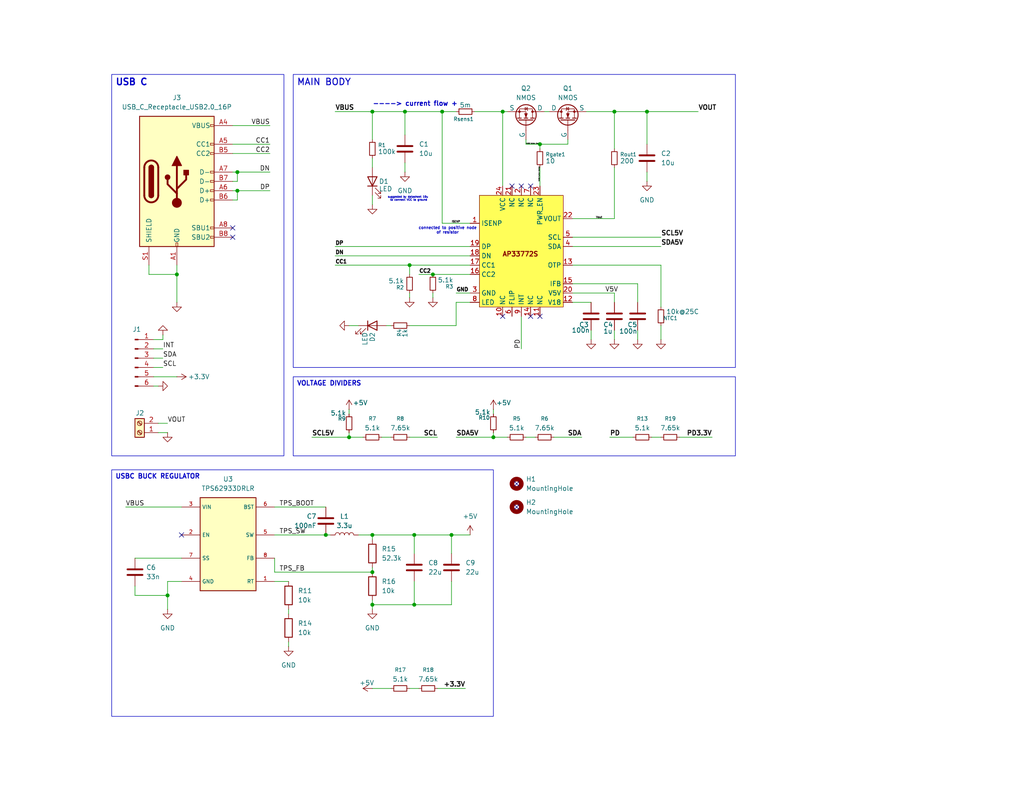
<source format=kicad_sch>
(kicad_sch (version 20250114) (generator "eeschema") (generator_version "9.0")
  (paper "A")
  (lib_symbols
    (symbol "AP33772S:+3.3V" (power) (pin_numbers (hide yes)) (pin_names (offset 0) (hide yes))
      (property "Value" "+3.3V" (at 0 3.556 0))
      (symbol "+3.3V_0_1"
        (polyline (pts (xy -0.762 1.27) (xy 0 2.54)))
        (polyline (pts (xy 0 2.54) (xy 0.762 1.27)))
        (polyline (pts (xy 0 0) (xy 0 2.54)))
      )
      (symbol "+3.3V_1_1"
        (pin power_in line (at 0 0 90) (length 0) (name "~") (number "1"))
      )
    )
    (symbol "AP33772S:AP33772S"
      (symbol "AP33772S_0_0"
        (pin bidirectional line (at 3.81 -7.62 0) (length 2.54) (name "ISENP") (number "1"))
        (pin bidirectional line (at 3.81 -13.97 0) (length 2.54) (name "DP") (number "19"))
        (pin bidirectional line (at 3.81 -16.51 0) (length 2.54) (name "DN") (number "18"))
        (pin bidirectional line (at 3.81 -19.05 0) (length 2.54) (name "CC1") (number "17"))
        (pin bidirectional line (at 3.81 -21.59 0) (length 2.54) (name "CC2") (number "16"))
        (pin power_in line (at 3.81 -26.67 0) (length 2.54) (name "GND") (number "3"))
        (pin bidirectional line (at 3.81 -29.21 0) (length 2.54) (name "LED") (number "8"))
        (pin power_in line (at 12.7 2.54 270) (length 2.54) (name "VCC") (number "24"))
        (pin bidirectional line (at 12.7 -33.02 90) (length 2.54) (name "NC") (number "10"))
        (pin bidirectional line (at 15.24 2.54 270) (length 2.54) (name "NC") (number "21"))
        (pin bidirectional line (at 17.78 2.54 270) (length 2.54) (name "NC") (number "2"))
        (pin bidirectional line (at 20.32 2.54 270) (length 2.54) (name "NC") (number "7"))
        (pin power_out line (at 22.86 2.54 270) (length 2.54) (name "PWR_EN") (number "23"))
        (pin bidirectional line (at 22.86 -33.02 90) (length 2.54) (name "NC") (number "11"))
        (pin power_out line (at 31.75 -6.35 180) (length 2.54) (name "VOUT") (number "22"))
        (pin bidirectional line (at 31.75 -11.43 180) (length 2.54) (name "SCL") (number "5"))
        (pin bidirectional line (at 31.75 -13.97 180) (length 2.54) (name "SDA") (number "4"))
        (pin bidirectional line (at 31.75 -19.05 180) (length 2.54) (name "OTP") (number "13"))
        (pin bidirectional line (at 31.75 -24.13 180) (length 2.54) (name "IFB") (number "15"))
        (pin power_out line (at 31.75 -26.67 180) (length 2.54) (name "V5V") (number "20"))
        (pin bidirectional line (at 31.75 -29.21 180) (length 2.54) (name "V18") (number "12"))
      )
      (symbol "AP33772S_0_1"
        (rectangle (start 6.35 0) (end 29.21 -30.48) (fill (type color) (color 255 254 88 1)))
      )
      (symbol "AP33772S_1_0"
        (pin bidirectional line (at 15.24 -33.02 90) (length 2.54) (name "FLIP") (number "6"))
        (pin bidirectional line (at 17.78 -33.02 90) (length 2.54) (name "INT") (number "9"))
        (pin bidirectional line (at 20.32 -33.02 90) (length 2.54) (name "NC") (number "14"))
      )
      (symbol "AP33772S_1_1"
        (text "AP33772S\n" (at 17.526 -16.002 0) (effects (font (size 1.27 1.27) (thickness 0.254) (bold yes))))
      )
    )
    (symbol "AP33772S:C" (pin_numbers (hide yes)) (pin_names (offset 0.254))
      (property "Reference" "C" (at 0.635 2.54 0))
      (property "Value" "C" (at 0.635 -2.54 0))
      (symbol "C_0_1"
        (polyline (pts (xy -2.032 0.762) (xy 2.032 0.762)) (stroke (width 0.508)))
        (polyline (pts (xy -2.032 -0.762) (xy 2.032 -0.762)) (stroke (width 0.508)))
      )
      (symbol "C_1_1"
        (pin passive line (at 0 3.81 270) (length 2.794) (name "~") (number "1"))
        (pin passive line (at 0 -3.81 90) (length 2.794) (name "~") (number "2"))
      )
    )
    (symbol "AP33772S:Conn_01x06_Pin" (pin_names (offset 1.016) (hide yes))
      (property "Reference" "J" (at 0 7.62 0))
      (property "Value" "Conn_01x06_Pin" (at 0 -10.16 0))
      (symbol "Conn_01x06_Pin_1_1"
        (rectangle (start 0.8636 5.207) (end 0 4.953) (stroke (width 0.1524)) (fill (type outline)))
        (rectangle (start 0.8636 2.667) (end 0 2.413) (stroke (width 0.1524)) (fill (type outline)))
        (rectangle (start 0.8636 0.127) (end 0 -0.127) (stroke (width 0.1524)) (fill (type outline)))
        (rectangle (start 0.8636 -2.413) (end 0 -2.667) (stroke (width 0.1524)) (fill (type outline)))
        (rectangle (start 0.8636 -4.953) (end 0 -5.207) (stroke (width 0.1524)) (fill (type outline)))
        (rectangle (start 0.8636 -7.493) (end 0 -7.747) (stroke (width 0.1524)) (fill (type outline)))
        (polyline (pts (xy 1.27 5.08) (xy 0.8636 5.08)) (stroke (width 0.1524)))
        (polyline (pts (xy 1.27 2.54) (xy 0.8636 2.54)) (stroke (width 0.1524)))
        (polyline (pts (xy 1.27 0) (xy 0.8636 0)) (stroke (width 0.1524)))
        (polyline (pts (xy 1.27 -2.54) (xy 0.8636 -2.54)) (stroke (width 0.1524)))
        (polyline (pts (xy 1.27 -5.08) (xy 0.8636 -5.08)) (stroke (width 0.1524)))
        (polyline (pts (xy 1.27 -7.62) (xy 0.8636 -7.62)) (stroke (width 0.1524)))
        (pin passive line (at 5.08 5.08 180) (length 3.81) (name "Pin_1") (number "1"))
        (pin passive line (at 5.08 2.54 180) (length 3.81) (name "Pin_2") (number "2"))
        (pin passive line (at 5.08 0 180) (length 3.81) (name "Pin_3") (number "3"))
        (pin passive line (at 5.08 -2.54 180) (length 3.81) (name "Pin_4") (number "4"))
        (pin passive line (at 5.08 -5.08 180) (length 3.81) (name "Pin_5") (number "5"))
        (pin passive line (at 5.08 -7.62 180) (length 3.81) (name "Pin_6") (number "6"))
      )
    )
    (symbol "AP33772S:GND" (power) (pin_numbers (hide yes)) (pin_names (offset 0) (hide yes))
      (property "Value" "GND" (at 0 -3.81 0))
      (symbol "GND_0_1"
        (polyline (pts (xy 0 0) (xy 0 -1.27) (xy 1.27 -1.27) (xy 0 -2.54) (xy -1.27 -1.27) (xy 0 -1.27)))
      )
      (symbol "GND_1_1"
        (pin power_in line (at 0 0 270) (length 0) (name "~") (number "1"))
      )
    )
    (symbol "AP33772S:LED" (pin_numbers (hide yes)) (pin_names (offset 1.016) (hide yes))
      (property "Reference" "D" (at 0 2.54 0))
      (property "Value" "LED" (at 0 -2.54 0))
      (symbol "LED_0_1"
        (polyline (pts (xy -3.048 -0.762) (xy -4.572 -2.286) (xy -3.81 -2.286) (xy -4.572 -2.286) (xy -4.572 -1.524)))
        (polyline (pts (xy -1.778 -0.762) (xy -3.302 -2.286) (xy -2.54 -2.286) (xy -3.302 -2.286) (xy -3.302 -1.524)))
        (polyline (pts (xy -1.27 0) (xy 1.27 0)))
        (polyline (pts (xy -1.27 -1.27) (xy -1.27 1.27)) (stroke (width 0.254)))
        (polyline (pts (xy 1.27 -1.27) (xy 1.27 1.27) (xy -1.27 0) (xy 1.27 -1.27)) (stroke (width 0.254)))
      )
      (symbol "LED_1_1"
        (pin passive line (at -3.81 0 0) (length 2.54) (name "K") (number "1"))
        (pin passive line (at 3.81 0 180) (length 2.54) (name "A") (number "2"))
      )
    )
    (symbol "AP33772S:NMOS" (pin_numbers (hide yes)) (pin_names (offset 0))
      (property "Reference" "Q" (at 5.08 1.27 0))
      (property "Value" "NMOS" (at 5.08 -1.27 0))
      (symbol "NMOS_0_1"
        (polyline (pts (xy 0.254 1.905) (xy 0.254 -1.905)) (stroke (width 0.254)))
        (polyline (pts (xy 0.254 0) (xy -2.54 0)))
        (polyline (pts (xy 0.762 2.286) (xy 0.762 1.27)) (stroke (width 0.254)))
        (polyline (pts (xy 0.762 0.508) (xy 0.762 -0.508)) (stroke (width 0.254)))
        (polyline (pts (xy 0.762 -1.27) (xy 0.762 -2.286)) (stroke (width 0.254)))
        (polyline (pts (xy 0.762 -1.778) (xy 3.302 -1.778) (xy 3.302 1.778) (xy 0.762 1.778)))
        (polyline (pts (xy 1.016 0) (xy 2.032 0.381) (xy 2.032 -0.381) (xy 1.016 0)) (fill (type outline)))
        (circle (center 1.651 0) (radius 2.794) (stroke (width 0.254)))
        (polyline (pts (xy 2.54 2.54) (xy 2.54 1.778)))
        (circle (center 2.54 1.778) (radius 0.254) (fill (type outline)))
        (circle (center 2.54 -1.778) (radius 0.254) (fill (type outline)))
        (polyline (pts (xy 2.54 -2.54) (xy 2.54 0) (xy 0.762 0)))
        (polyline (pts (xy 2.794 0.508) (xy 2.921 0.381) (xy 3.683 0.381) (xy 3.81 0.254)))
        (polyline (pts (xy 3.302 0.381) (xy 2.921 -0.254) (xy 3.683 -0.254) (xy 3.302 0.381)))
      )
      (symbol "NMOS_1_1"
        (pin input line (at -5.08 0 0) (length 2.54) (name "G") (number "2"))
        (pin passive line (at 2.54 5.08 270) (length 2.54) (name "D") (number "1"))
        (pin passive line (at 2.54 -5.08 90) (length 2.54) (name "S") (number "3"))
      )
    )
    (symbol "AP33772S:R_Small" (pin_numbers (hide yes)) (pin_names (offset 0.254) (hide yes))
      (property "Reference" "R" (at 0 0 90))
      (property "Value" "R_Small" (at 1.778 0 90))
      (symbol "R_Small_0_1"
        (rectangle (start -0.762 1.778) (end 0.762 -1.778) (stroke (width 0.2032)))
      )
      (symbol "R_Small_1_1"
        (pin passive line (at 0 2.54 270) (length 0.762) (name "~") (number "1"))
        (pin passive line (at 0 -2.54 90) (length 0.762) (name "~") (number "2"))
      )
    )
    (symbol "AP33772S:Screw_Terminal_01x02" (pin_names (offset 1.016) (hide yes))
      (property "Reference" "J" (at 0 2.54 0))
      (property "Value" "Screw_Terminal_01x02" (at 0 -5.08 0))
      (symbol "Screw_Terminal_01x02_1_1"
        (rectangle (start -1.27 1.27) (end 1.27 -3.81) (stroke (width 0.254)) (fill (type background)))
        (polyline (pts (xy -0.5334 0.3302) (xy 0.3302 -0.508)) (stroke (width 0.1524)))
        (polyline (pts (xy -0.5334 -2.2098) (xy 0.3302 -3.048)) (stroke (width 0.1524)))
        (polyline (pts (xy -0.3556 0.508) (xy 0.508 -0.3302)) (stroke (width 0.1524)))
        (polyline (pts (xy -0.3556 -2.032) (xy 0.508 -2.8702)) (stroke (width 0.1524)))
        (circle (center 0 0) (radius 0.635) (stroke (width 0.1524)))
        (circle (center 0 -2.54) (radius 0.635) (stroke (width 0.1524)))
        (pin passive line (at -5.08 0 0) (length 3.81) (name "Pin_1") (number "1"))
        (pin passive line (at -5.08 -2.54 0) (length 3.81) (name "Pin_2") (number "2"))
      )
    )
    (symbol "AP33772S:USB_C_Receptacle_USB2.0_16P" (pin_names (offset 1.016))
      (property "Reference" "J" (at 0 22.225 0))
      (property "Value" "USB_C_Receptacle_USB2.0_16P" (at 0 19.685 0))
      (symbol "USB_C_Receptacle_USB2.0_16P_0_0"
        (rectangle (start -0.254 -17.78) (end 0.254 -16.764))
        (rectangle (start 10.16 15.494) (end 9.144 14.986))
        (rectangle (start 10.16 10.414) (end 9.144 9.906))
        (rectangle (start 10.16 7.874) (end 9.144 7.366))
        (rectangle (start 10.16 2.794) (end 9.144 2.286))
        (rectangle (start 10.16 0.254) (end 9.144 -0.254))
        (rectangle (start 10.16 -2.286) (end 9.144 -2.794))
        (rectangle (start 10.16 -4.826) (end 9.144 -5.334))
        (rectangle (start 10.16 -12.446) (end 9.144 -12.954))
        (rectangle (start 10.16 -14.986) (end 9.144 -15.494))
      )
      (symbol "USB_C_Receptacle_USB2.0_16P_0_1"
        (rectangle (start -10.16 17.78) (end 10.16 -17.78) (stroke (width 0.254)) (fill (type background)))
        (polyline (pts (xy -8.89 -3.81) (xy -8.89 3.81)) (stroke (width 0.508)))
        (rectangle (start -7.62 -3.81) (end -6.35 3.81) (stroke (width 0.254)) (fill (type outline)))
        (arc (start -7.62 3.81) (mid -6.985 4.4423) (end -6.35 3.81) (stroke (width 0.254)))
        (arc (start -7.62 3.81) (mid -6.985 4.4423) (end -6.35 3.81) (stroke (width 0.254)) (fill (type outline)))
        (arc (start -8.89 3.81) (mid -6.985 5.7067) (end -5.08 3.81) (stroke (width 0.508)))
        (arc (start -5.08 -3.81) (mid -6.985 -5.7067) (end -8.89 -3.81) (stroke (width 0.508)))
        (arc (start -6.35 -3.81) (mid -6.985 -4.4423) (end -7.62 -3.81) (stroke (width 0.254)))
        (arc (start -6.35 -3.81) (mid -6.985 -4.4423) (end -7.62 -3.81) (stroke (width 0.254)) (fill (type outline)))
        (polyline (pts (xy -5.08 3.81) (xy -5.08 -3.81)) (stroke (width 0.508)))
        (circle (center -2.54 1.143) (radius 0.635) (stroke (width 0.254)) (fill (type outline)))
        (polyline (pts (xy -1.27 4.318) (xy 0 6.858) (xy 1.27 4.318) (xy -1.27 4.318)) (stroke (width 0.254)) (fill (type outline)))
        (polyline (pts (xy 0 -2.032) (xy 2.54 0.508) (xy 2.54 1.778)) (stroke (width 0.508)))
        (polyline (pts (xy 0 -3.302) (xy -2.54 -0.762) (xy -2.54 0.508)) (stroke (width 0.508)))
        (polyline (pts (xy 0 -5.842) (xy 0 4.318)) (stroke (width 0.508)))
        (circle (center 0 -5.842) (radius 1.27) (fill (type outline)))
        (rectangle (start 1.905 1.778) (end 3.175 3.048) (stroke (width 0.254)) (fill (type outline)))
      )
      (symbol "USB_C_Receptacle_USB2.0_16P_1_1"
        (pin passive line (at -7.62 -22.86 90) (length 5.08) (name "SHIELD") (number "S1"))
        (pin passive line (at 0 -22.86 90) (length 5.08) (name "GND") (number "A1"))
        (pin passive line (at 0 -22.86 90) (length 5.08) (hide yes) (name "GND") (number "A12"))
        (pin passive line (at 0 -22.86 90) (length 5.08) (hide yes) (name "GND") (number "B1"))
        (pin passive line (at 0 -22.86 90) (length 5.08) (hide yes) (name "GND") (number "B12"))
        (pin passive line (at 15.24 15.24 180) (length 5.08) (name "VBUS") (number "A4"))
        (pin passive line (at 15.24 15.24 180) (length 5.08) (hide yes) (name "VBUS") (number "A9"))
        (pin passive line (at 15.24 15.24 180) (length 5.08) (hide yes) (name "VBUS") (number "B4"))
        (pin passive line (at 15.24 15.24 180) (length 5.08) (hide yes) (name "VBUS") (number "B9"))
        (pin bidirectional line (at 15.24 10.16 180) (length 5.08) (name "CC1") (number "A5"))
        (pin bidirectional line (at 15.24 7.62 180) (length 5.08) (name "CC2") (number "B5"))
        (pin bidirectional line (at 15.24 2.54 180) (length 5.08) (name "D-") (number "A7"))
        (pin bidirectional line (at 15.24 0 180) (length 5.08) (name "D-") (number "B7"))
        (pin bidirectional line (at 15.24 -2.54 180) (length 5.08) (name "D+") (number "A6"))
        (pin bidirectional line (at 15.24 -5.08 180) (length 5.08) (name "D+") (number "B6"))
        (pin bidirectional line (at 15.24 -12.7 180) (length 5.08) (name "SBU1") (number "A8"))
        (pin bidirectional line (at 15.24 -15.24 180) (length 5.08) (name "SBU2") (number "B8"))
      )
    )
    (symbol "Device:C" (pin_numbers (hide yes)) (pin_names (offset 0.254))
      (property "Reference" "C" (at 0.635 2.54 0))
      (property "Value" "C" (at 0.635 -2.54 0))
      (symbol "C_0_1"
        (polyline (pts (xy -2.032 0.762) (xy 2.032 0.762)) (stroke (width 0.508)))
        (polyline (pts (xy -2.032 -0.762) (xy 2.032 -0.762)) (stroke (width 0.508)))
      )
      (symbol "C_1_1"
        (pin passive line (at 0 3.81 270) (length 2.794) (name "~") (number "1"))
        (pin passive line (at 0 -3.81 90) (length 2.794) (name "~") (number "2"))
      )
    )
    (symbol "Device:L" (pin_numbers (hide yes)) (pin_names (offset 1.016) (hide yes))
      (property "Reference" "L" (at -1.27 0 90))
      (property "Value" "L" (at 1.905 0 90))
      (symbol "L_0_1"
        (arc (start 0 2.54) (mid 0.6323 1.905) (end 0 1.27))
        (arc (start 0 1.27) (mid 0.6323 0.635) (end 0 0))
        (arc (start 0 0) (mid 0.6323 -0.635) (end 0 -1.27))
        (arc (start 0 -1.27) (mid 0.6323 -1.905) (end 0 -2.54))
      )
      (symbol "L_1_1"
        (pin passive line (at 0 3.81 270) (length 1.27) (name "1") (number "1"))
        (pin passive line (at 0 -3.81 90) (length 1.27) (name "2") (number "2"))
      )
    )
    (symbol "Device:R" (pin_numbers (hide yes)) (pin_names (offset 0))
      (property "Reference" "R" (at 2.032 0 90))
      (property "Value" "R" (at 0 0 90))
      (symbol "R_0_1"
        (rectangle (start -1.016 -2.54) (end 1.016 2.54) (stroke (width 0.254)))
      )
      (symbol "R_1_1"
        (pin passive line (at 0 3.81 270) (length 1.27) (name "~") (number "1"))
        (pin passive line (at 0 -3.81 90) (length 1.27) (name "~") (number "2"))
      )
    )
    (symbol "Mechanical:MountingHole" (pin_names (offset 1.016)) (exclude_from_sim yes) (in_bom no)
      (property "Reference" "H" (at 0 5.08 0))
      (property "Value" "MountingHole" (at 0 3.175 0))
      (symbol "MountingHole_0_1"
        (circle (center 0 0) (radius 1.27) (stroke (width 1.27)))
      )
    )
    (symbol "Power_Converter:TPS62933DRLR"
      (property "Reference" "U" (at -7.874 14.986 0))
      (property "Value" "TPS62933DRLR" (at -1.016 -14.224 0))
      (symbol "TPS62933DRLR_0_0"
        (rectangle (start -7.62 12.7) (end 7.62 -12.7) (stroke (width 0.254)) (fill (type background)))
        (pin input line (at -12.7 10.16 0) (length 5.08) (name "VIN") (number "3"))
        (pin input line (at -12.7 2.54 0) (length 5.08) (name "EN") (number "2"))
        (pin power_in line (at -12.7 -10.16 0) (length 5.08) (name "GND") (number "4"))
        (pin power_in line (at 12.7 10.16 180) (length 5.08) (name "BST") (number "6"))
        (pin output line (at 12.7 2.54 180) (length 5.08) (name "SW") (number "5"))
        (pin input line (at 12.7 -3.81 180) (length 5.08) (name "FB") (number "8"))
        (pin input line (at 12.7 -10.16 180) (length 5.08) (name "RT") (number "1"))
      )
      (symbol "TPS62933DRLR_1_0"
        (pin output line (at -12.7 -3.81 0) (length 5.08) (name "SS") (number "7"))
      )
    )
    (symbol "power:+5V" (power) (pin_numbers (hide yes)) (pin_names (offset 0) (hide yes))
      (property "Value" "+5V" (at 0 3.556 0))
      (symbol "+5V_0_1"
        (polyline (pts (xy -0.762 1.27) (xy 0 2.54)))
        (polyline (pts (xy 0 2.54) (xy 0.762 1.27)))
        (polyline (pts (xy 0 0) (xy 0 2.54)))
      )
      (symbol "+5V_1_1"
        (pin power_in line (at 0 0 90) (length 0) (name "~") (number "1"))
      )
    )
    (symbol "power:GND" (power) (pin_numbers (hide yes)) (pin_names (offset 0) (hide yes))
      (property "Value" "GND" (at 0 -3.81 0))
      (symbol "GND_0_1"
        (polyline (pts (xy 0 0) (xy 0 -1.27) (xy 1.27 -1.27) (xy 0 -2.54) (xy -1.27 -1.27) (xy 0 -1.27)))
      )
      (symbol "GND_1_1"
        (pin power_in line (at 0 0 270) (length 0) (name "~") (number "1"))
      )
    )
  )
  (text "----> current flow +" (at 113.284 28.448 0) (effects (font (size 1.27 1.27) (thickness 0.254) (bold yes))))
  (text "connected to positive node \nof resistor \n" (at 122.428 62.992 0) (effects (font (size 0.762 0.762))))
  (text "suggested by datasheet 10u \nto connect VCC to ground" (at 111.506 54.356 0) (effects (font (size 0.508 0.508) (thickness 0.254) (bold yes))))
  (text_box "MAIN BODY" (at 80.01 20.32 0) (size 120.65 80.01) (margins 0.9525 0.9525 0.9525 0.9525) (effects (font (size 1.778 1.778) (thickness 0.254) (bold yes)) (justify left top)))
  (text_box "USBC BUCK REGULATOR\n" (at 30.48 128.27 0) (size 104.14 67.31) (margins 0.9525 0.9525 0.9525 0.9525) (effects (font (size 1.27 1.27) (thickness 0.254) (bold yes)) (justify left top)))
  (text_box "VOLTAGE DIVIDERS\n" (at 80.01 102.87 0) (size 120.65 21.59) (margins 0.9525 0.9525 0.9525 0.9525) (effects (font (size 1.27 1.27) (thickness 0.254) (bold yes)) (justify left top)))
  (text_box "" (at 91.44 105.41 0) (size 0 0) (margins 0.9525 0.9525 0.9525 0.9525) (effects (font (size 1.27 1.27) (thickness 0.254) (bold yes)) (justify left top)))
  (text_box "USB C" (at 30.48 20.32 0) (size 46.99 104.14) (margins 0.9525 0.9525 0.9525 0.9525) (effects (font (size 1.778 1.778) (thickness 0.3556) (bold yes)) (justify left top)))
  (junction (at 45.72 162.56))
  (junction (at 147.32 39.37))
  (junction (at 120.65 30.48))
  (junction (at 101.6 30.48))
  (junction (at 101.6 156.21))
  (junction (at 64.77 52.07))
  (junction (at 134.62 119.38))
  (junction (at 137.16 30.48))
  (junction (at 113.03 165.1))
  (junction (at 48.26 74.93))
  (junction (at 111.76 72.39))
  (junction (at 101.6 146.05))
  (junction (at 64.77 46.99))
  (junction (at 113.03 146.05))
  (junction (at 123.19 146.05))
  (junction (at 95.25 119.38))
  (junction (at 110.49 30.48))
  (junction (at 167.64 30.48))
  (junction (at 88.9 146.05))
  (junction (at 118.11 74.93))
  (junction (at 176.53 30.48))
  (junction (at 101.6 165.1))
  (no_connect (at 142.24 50.8))
  (no_connect (at 147.32 86.36))
  (no_connect (at 63.5 62.23))
  (no_connect (at 137.16 86.36))
  (no_connect (at 144.78 50.8))
  (no_connect (at 49.53 146.05))
  (no_connect (at 139.7 50.8))
  (no_connect (at 140.97 138.43))
  (no_connect (at 63.5 64.77))
  (no_connect (at 140.97 132.08))
  (no_connect (at 144.78 86.36))
  (wire (pts (xy 167.64 30.48) (xy 176.53 30.48)))
  (wire (pts (xy 101.6 187.96) (xy 106.68 187.96)))
  (wire (pts (xy 118.11 74.93) (xy 128.27 74.93)))
  (wire (pts (xy 95.25 119.38) (xy 99.06 119.38)))
  (wire (pts (xy 101.6 146.05) (xy 113.03 146.05)))
  (wire (pts (xy 166.37 119.38) (xy 172.72 119.38)))
  (wire (pts (xy 64.77 54.61) (xy 64.77 52.07)))
  (wire (pts (xy 167.64 82.55) (xy 167.64 80.01)))
  (wire (pts (xy 74.93 138.43) (xy 88.9 138.43)))
  (wire (pts (xy 128.27 82.55) (xy 124.46 82.55)))
  (wire (pts (xy 110.49 44.45) (xy 110.49 46.99)))
  (wire (pts (xy 120.65 60.96) (xy 120.65 30.48)))
  (wire (pts (xy 156.21 64.77) (xy 180.34 64.77)))
  (wire (pts (xy 129.54 30.48) (xy 137.16 30.48)))
  (wire (pts (xy 63.5 41.91) (xy 73.66 41.91)))
  (wire (pts (xy 111.76 88.9) (xy 124.46 88.9)))
  (wire (pts (xy 40.64 74.93) (xy 48.26 74.93)))
  (wire (pts (xy 156.21 67.31) (xy 180.34 67.31)))
  (wire (pts (xy 111.76 119.38) (xy 119.38 119.38)))
  (wire (pts (xy 173.99 90.17) (xy 173.99 92.71)))
  (wire (pts (xy 97.79 146.05) (xy 101.6 146.05)))
  (wire (pts (xy 123.19 146.05) (xy 123.19 151.13)))
  (wire (pts (xy 88.9 146.05) (xy 90.17 146.05)))
  (wire (pts (xy 167.64 30.48) (xy 167.64 40.64)))
  (wire (pts (xy 106.68 88.9) (xy 105.41 88.9)))
  (wire (pts (xy 41.91 102.87) (xy 48.26 102.87)))
  (wire (pts (xy 134.62 118.11) (xy 134.62 119.38)))
  (wire (pts (xy 176.53 30.48) (xy 190.5 30.48)))
  (wire (pts (xy 91.44 67.31) (xy 128.27 67.31)))
  (wire (pts (xy 101.6 43.18) (xy 101.6 45.72)))
  (wire (pts (xy 34.29 138.43) (xy 49.53 138.43)))
  (wire (pts (xy 64.77 49.53) (xy 64.77 46.99)))
  (wire (pts (xy 124.46 82.55) (xy 124.46 88.9)))
  (wire (pts (xy 149.86 30.48) (xy 148.59 30.48)))
  (wire (pts (xy 173.99 82.55) (xy 173.99 77.47)))
  (wire (pts (xy 160.02 30.48) (xy 167.64 30.48)))
  (wire (pts (xy 48.26 74.93) (xy 48.26 82.55)))
  (wire (pts (xy 156.21 82.55) (xy 161.29 82.55)))
  (wire (pts (xy 45.72 158.75) (xy 49.53 158.75)))
  (wire (pts (xy 101.6 165.1) (xy 101.6 166.37)))
  (wire (pts (xy 143.51 38.1) (xy 143.51 39.37)))
  (wire (pts (xy 41.91 97.79) (xy 44.45 97.79)))
  (wire (pts (xy 111.76 72.39) (xy 128.27 72.39)))
  (wire (pts (xy 113.03 158.75) (xy 113.03 165.1)))
  (wire (pts (xy 120.65 30.48) (xy 124.46 30.48)))
  (wire (pts (xy 123.19 158.75) (xy 123.19 165.1)))
  (wire (pts (xy 74.93 146.05) (xy 88.9 146.05)))
  (wire (pts (xy 74.93 158.75) (xy 78.74 158.75)))
  (wire (pts (xy 74.93 156.21) (xy 74.93 152.4)))
  (wire (pts (xy 143.51 39.37) (xy 147.32 39.37)))
  (wire (pts (xy 147.32 45.72) (xy 147.32 50.8)))
  (wire (pts (xy 45.72 162.56) (xy 36.83 162.56)))
  (wire (pts (xy 101.6 156.21) (xy 101.6 154.94)))
  (wire (pts (xy 85.09 119.38) (xy 95.25 119.38)))
  (wire (pts (xy 45.72 162.56) (xy 45.72 158.75)))
  (wire (pts (xy 185.42 119.38) (xy 194.31 119.38)))
  (wire (pts (xy 78.74 166.37) (xy 78.74 167.64)))
  (wire (pts (xy 43.18 105.41) (xy 41.91 105.41)))
  (wire (pts (xy 63.5 46.99) (xy 64.77 46.99)))
  (wire (pts (xy 41.91 100.33) (xy 44.45 100.33)))
  (wire (pts (xy 134.62 119.38) (xy 138.43 119.38)))
  (wire (pts (xy 176.53 46.99) (xy 176.53 49.53)))
  (wire (pts (xy 101.6 53.34) (xy 101.6 55.88)))
  (wire (pts (xy 156.21 59.69) (xy 167.64 59.69)))
  (wire (pts (xy 180.34 72.39) (xy 180.34 83.82)))
  (wire (pts (xy 63.5 49.53) (xy 64.77 49.53)))
  (wire (pts (xy 156.21 72.39) (xy 180.34 72.39)))
  (wire (pts (xy 91.44 69.85) (xy 128.27 69.85)))
  (wire (pts (xy 156.21 80.01) (xy 167.64 80.01)))
  (wire (pts (xy 180.34 88.9) (xy 180.34 92.71)))
  (wire (pts (xy 63.5 52.07) (xy 64.77 52.07)))
  (wire (pts (xy 97.79 88.9) (xy 95.25 88.9)))
  (wire (pts (xy 173.99 77.47) (xy 156.21 77.47)))
  (wire (pts (xy 41.91 95.25) (xy 44.45 95.25)))
  (wire (pts (xy 64.77 52.07) (xy 73.66 52.07)))
  (wire (pts (xy 63.5 54.61) (xy 64.77 54.61)))
  (wire (pts (xy 44.45 92.71) (xy 44.45 91.44)))
  (wire (pts (xy 177.8 119.38) (xy 180.34 119.38)))
  (wire (pts (xy 110.49 30.48) (xy 110.49 36.83)))
  (wire (pts (xy 44.45 92.71) (xy 41.91 92.71)))
  (wire (pts (xy 43.18 118.11) (xy 45.72 118.11)))
  (wire (pts (xy 40.64 72.39) (xy 40.64 74.93)))
  (wire (pts (xy 123.19 165.1) (xy 113.03 165.1)))
  (wire (pts (xy 36.83 152.4) (xy 49.53 152.4)))
  (wire (pts (xy 114.3 74.93) (xy 118.11 74.93)))
  (wire (pts (xy 142.24 86.36) (xy 142.24 95.25)))
  (wire (pts (xy 48.26 72.39) (xy 48.26 74.93)))
  (wire (pts (xy 101.6 30.48) (xy 110.49 30.48)))
  (wire (pts (xy 63.5 34.29) (xy 73.66 34.29)))
  (wire (pts (xy 134.62 111.76) (xy 134.62 113.03)))
  (wire (pts (xy 111.76 80.01) (xy 111.76 81.28)))
  (wire (pts (xy 74.93 156.21) (xy 101.6 156.21)))
  (wire (pts (xy 36.83 162.56) (xy 36.83 160.02)))
  (wire (pts (xy 78.74 175.26) (xy 78.74 176.53)))
  (wire (pts (xy 123.19 146.05) (xy 113.03 146.05)))
  (wire (pts (xy 111.76 72.39) (xy 111.76 74.93)))
  (wire (pts (xy 138.43 30.48) (xy 137.16 30.48)))
  (wire (pts (xy 137.16 30.48) (xy 137.16 50.8)))
  (wire (pts (xy 143.51 119.38) (xy 146.05 119.38)))
  (wire (pts (xy 104.14 119.38) (xy 106.68 119.38)))
  (wire (pts (xy 176.53 30.48) (xy 176.53 39.37)))
  (wire (pts (xy 43.18 115.57) (xy 45.72 115.57)))
  (wire (pts (xy 101.6 165.1) (xy 113.03 165.1)))
  (wire (pts (xy 128.27 60.96) (xy 120.65 60.96)))
  (wire (pts (xy 64.77 46.99) (xy 73.66 46.99)))
  (wire (pts (xy 124.46 119.38) (xy 134.62 119.38)))
  (wire (pts (xy 161.29 90.17) (xy 161.29 92.71)))
  (wire (pts (xy 167.64 59.69) (xy 167.64 45.72)))
  (wire (pts (xy 101.6 163.83) (xy 101.6 165.1)))
  (wire (pts (xy 167.64 90.17) (xy 167.64 92.71)))
  (wire (pts (xy 151.13 119.38) (xy 158.75 119.38)))
  (wire (pts (xy 154.94 38.1) (xy 154.94 39.37)))
  (wire (pts (xy 113.03 146.05) (xy 113.03 151.13)))
  (wire (pts (xy 118.11 80.01) (xy 118.11 81.28)))
  (wire (pts (xy 91.44 30.48) (xy 101.6 30.48)))
  (wire (pts (xy 147.32 39.37) (xy 154.94 39.37)))
  (wire (pts (xy 63.5 39.37) (xy 73.66 39.37)))
  (wire (pts (xy 147.32 39.37) (xy 147.32 40.64)))
  (wire (pts (xy 111.76 187.96) (xy 114.3 187.96)))
  (wire (pts (xy 101.6 146.05) (xy 101.6 147.32)))
  (wire (pts (xy 95.25 111.76) (xy 95.25 113.03)))
  (wire (pts (xy 91.44 72.39) (xy 111.76 72.39)))
  (wire (pts (xy 101.6 30.48) (xy 101.6 38.1)))
  (wire (pts (xy 119.38 187.96) (xy 127 187.96)))
  (wire (pts (xy 110.49 30.48) (xy 120.65 30.48)))
  (wire (pts (xy 124.46 80.01) (xy 128.27 80.01)))
  (wire (pts (xy 45.72 166.37) (xy 45.72 162.56)))
  (wire (pts (xy 128.27 146.05) (xy 123.19 146.05)))
  (wire (pts (xy 95.25 118.11) (xy 95.25 119.38)))
  (label "PD3.3V" (at 194.31 119.38 180) (effects (font (thickness 0.254) (bold yes))))
  (label "VBUS" (at 73.66 34.29 180))
  (label "SCL" (at 44.45 100.33 0))
  (label "CC1" (at 73.66 39.37 180))
  (label "SDA" (at 44.45 97.79 0))
  (label "NMOS Switch Control" (at 143.51 39.37 0) (effects (font (size 0.254 0.254))))
  (label "INT" (at 44.45 95.25 0))
  (label "ISENP" (at 123.19 60.96 0) (effects (font (size 0.508 0.508) (thickness 0.254) (bold yes))))
  (label "DN" (at 91.44 69.85 0) (effects (font (size 1.016 1.016) (thickness 0.254) (bold yes))))
  (label "PD" (at 166.37 119.38 0) (effects (font (thickness 0.254) (bold yes))))
  (label "CC2" (at 73.66 41.91 180))
  (label "CC1" (at 91.44 72.39 0) (effects (font (size 1.016 1.016) (thickness 0.254) (bold yes))))
  (label "PD" (at 142.24 95.25 90))
  (label "VOUT" (at 45.72 115.57 0))
  (label "SCL5V" (at 85.09 119.38 0) (effects (font (thickness 0.254) (bold yes))))
  (label "DP" (at 73.66 52.07 180))
  (label "VBUS" (at 91.44 30.48 0) (effects (font (thickness 0.254) (bold yes))))
  (label "VOUT" (at 190.5 30.48 0) (effects (font (thickness 0.254) (bold yes))))
  (label "TPS_FB" (at 76.2 156.21 0))
  (label "NMOS Switch Control" (at 147.32 49.53 90) (effects (font (size 0.254 0.254))))
  (label "Vout" (at 162.56 59.69 0) (effects (font (size 0.508 0.508))))
  (label "+3.3V" (at 127 187.96 180) (effects (font (thickness 0.254) (bold yes))))
  (label "VBUS" (at 34.29 138.43 0))
  (label "SDA5V" (at 180.34 67.31 0) (effects (font (thickness 0.254) (bold yes))))
  (label "DN" (at 73.66 46.99 180))
  (label "CC2" (at 114.3 74.93 0) (effects (font (size 1.016 1.016) (thickness 0.254) (bold yes))))
  (label "TPS_SW" (at 76.2 146.05 0))
  (label "DP" (at 91.44 67.31 0) (effects (font (size 1.016 1.016) (thickness 0.254) (bold yes))))
  (label "SCL5V" (at 180.34 64.77 0) (effects (font (thickness 0.254) (bold yes))))
  (label "V5V" (at 165.1 80.01 0))
  (label "GND" (at 124.46 80.01 0) (effects (font (size 1.016 1.016) (thickness 0.254) (bold yes))))
  (label "TPS_BOOT" (at 76.2 138.43 0))
  (label "SCL" (at 119.38 119.38 180) (effects (font (thickness 0.254) (bold yes))))
  (label "SDA5V" (at 124.46 119.38 0) (effects (font (thickness 0.254) (bold yes))))
  (label "SDA" (at 158.75 119.38 180) (effects (font (thickness 0.254) (bold yes))))
  (symbol (lib_id "AP33772S:R_Small") (at 118.11 77.47 180) (unit 1)
    (property "Reference" "R3" (at 123.698 78.232 0) (effects (font (size 1.016 1.016)) (justify left)))
    (property "Value" "5.1k" (at 123.698 76.454 0) (effects (justify left)))
    (property "Footprint" "Resistor_SMD:R_0402_1005Metric" (effects (hide yes)))
    (property "Description" "Resistor, small symbol" (effects (hide yes)))
  )
  (symbol (lib_id "Device:C") (at 88.9 142.24 0) (mirror y) (unit 1)
    (property "Reference" "C7" (at 86.36 140.97 0) (effects (justify left)))
    (property "Value" "100nF" (at 86.36 143.51 0) (effects (justify left)))
    (property "Footprint" "Capacitor_SMD:C_0402_1005Metric" (effects (hide yes)))
    (property "LCSC" "C1525" (effects (hide yes)))
  )
  (symbol (lib_id "AP33772S:GND") (at 43.18 105.41 90) (unit 1)
    (property "Reference" "#PWR012" (effects (hide yes)))
    (property "Value" "GND" (effects (hide yes)))
  )
  (symbol (lib_id "AP33772S:C") (at 173.99 86.36 0) (unit 1)
    (property "Reference" "C5" (at 171.196 88.646 0) (effects (justify left)))
    (property "Value" "100n" (at 168.91 90.424 0) (effects (justify left)))
    (property "Footprint" "Capacitor_SMD:C_0402_1005Metric" (effects (hide yes)))
    (property "Description" "Unpolarized capacitor" (effects (hide yes)))
  )
  (symbol (lib_id "AP33772S:R_Small") (at 101.6 40.64 0) (unit 1)
    (property "Reference" "R1" (at 103.124 39.624 0) (effects (font (size 1.016 1.016)) (justify left)))
    (property "Value" "100k" (at 103.124 41.402 0) (effects (justify left)))
    (property "Footprint" "Resistor_SMD:R_0402_1005Metric" (effects (hide yes)))
    (property "Datasheet" "https://www.mouser.com/ProductDetail/YAGEO/AE0402BR-07100KL?qs=sGAEpiMZZMtlubZbdhIBIKJCwJRiyeoxIl6LSwZCnZw%3D" (effects (hide yes)))
    (property "Description" "Resistor, small symbol" (effects (hide yes)))
  )
  (symbol (lib_id "power:+5V") (at 101.6 187.96 90) (unit 1)
    (property "Reference" "#PWR023" (effects (hide yes)))
    (property "Value" "+5V" (at 100.076 186.436 90))
    (property "Description" "Power symbol creates a global label with name \"+5V\"" (effects (hide yes)))
  )
  (symbol (lib_id "power:GND") (at 45.72 166.37 0) (unit 1)
    (property "Reference" "#PWR019" (effects (hide yes)))
    (property "Value" "GND" (at 45.72 171.45 0))
    (property "Description" "Power symbol creates a global label with name \"GND\" , ground" (effects (hide yes)))
  )
  (symbol (lib_id "AP33772S:GND") (at 45.72 118.11 0) (unit 1)
    (property "Reference" "#PWR016" (effects (hide yes)))
    (property "Value" "GND" (effects (hide yes)))
  )
  (symbol (lib_id "AP33772S:R_Small") (at 147.32 43.18 0) (unit 1)
    (property "Reference" "Rgate1" (at 148.844 42.164 0) (effects (font (size 1.016 1.016)) (justify left)))
    (property "Value" "10" (at 148.844 43.942 0) (effects (justify left)))
    (property "Footprint" "Resistor_SMD:R_0402_1005Metric" (effects (hide yes)))
    (property "Description" "Resistor, small symbol" (effects (hide yes)))
  )
  (symbol (lib_id "AP33772S:GND") (at 95.25 88.9 270) (unit 1)
    (property "Reference" "#PWR06" (effects (hide yes)))
    (property "Value" "GND" (effects (hide yes)))
    (property "Description" "Power symbol creates a global label with name \"GND\" , ground" (effects (hide yes)))
  )
  (symbol (lib_id "AP33772S:R_Small") (at 127 30.48 90) (unit 1)
    (property "Reference" "Rsens1" (at 129.286 32.512 90) (effects (font (size 1.016 1.016)) (justify left)))
    (property "Value" "5m" (at 128.524 28.702 90) (effects (justify left)))
    (property "Footprint" "Resistor_SMD:R_0402_1005Metric" (effects (hide yes)))
    (property "Datasheet" "https://www.mouser.com/ProductDetail/YAGEO/PA0402FRL570R005L?qs=w%2Fv1CP2dgqr202eGNoqauA%3D%3D" (effects (hide yes)))
    (property "Description" "Resistor, small symbol" (effects (hide yes)))
  )
  (symbol (lib_id "AP33772S:R_Small") (at 182.88 119.38 90) (unit 1)
    (property "Reference" "R19" (at 182.88 114.3 90) (effects (font (size 1.016 1.016))))
    (property "Value" "7.65k" (at 182.88 116.84 90))
    (property "Footprint" "Resistor_SMD:R_0402_1005Metric" (effects (hide yes)))
    (property "Description" "Resistor, small symbol" (effects (hide yes)))
  )
  (symbol (lib_id "AP33772S:R_Small") (at 111.76 77.47 180) (unit 1)
    (property "Reference" "R2" (at 110.236 78.486 0) (effects (font (size 1.016 1.016)) (justify left)))
    (property "Value" "5.1k" (at 110.236 76.708 0) (effects (justify left)))
    (property "Footprint" "Resistor_SMD:R_0402_1005Metric" (effects (hide yes)))
    (property "Description" "Resistor, small symbol" (effects (hide yes)))
  )
  (symbol (lib_id "AP33772S:R_Small") (at 109.22 187.96 90) (unit 1)
    (property "Reference" "R17" (at 109.22 182.88 90) (effects (font (size 1.016 1.016))))
    (property "Value" "5.1k" (at 109.22 185.42 90))
    (property "Footprint" "Resistor_SMD:R_0402_1005Metric" (effects (hide yes)))
    (property "Description" "Resistor, small symbol" (effects (hide yes)))
  )
  (symbol (lib_id "AP33772S:AP33772S") (at 124.46 53.34 0) (unit 1)
    (property "Reference" "U1" (effects (hide yes)))
    (property "Value" "AP33772S" (effects (hide yes)))
    (property "Footprint" "Custom Footprints:PD Sink IC" (effects (hide yes)))
    (property "Datasheet" "https://www.diodes.com/assets/Datasheets/AP33772S.pdf" (effects (hide yes)))
    (property "Description" "I2C USB PD3.1 EPR SINK CONTROLLER" (effects (hide yes)))
    (property "Manufacturer" "Diodes Incorporated" (effects (hide yes)))
  )
  (symbol (lib_id "AP33772S:GND") (at 180.34 92.71 0) (unit 1)
    (property "Reference" "#PWR010" (effects (hide yes)))
    (property "Value" "GND" (effects (hide yes)))
    (property "Description" "Power symbol creates a global label with name \"GND\" , ground" (effects (hide yes)))
  )
  (symbol (lib_id "AP33772S:C") (at 167.64 86.36 0) (unit 1)
    (property "Reference" "C4" (at 164.592 88.646 0) (effects (justify left)))
    (property "Value" "1u" (at 164.592 90.424 0) (effects (justify left)))
    (property "Footprint" "Capacitor_SMD:C_0402_1005Metric" (effects (hide yes)))
    (property "Description" "Unpolarized capacitor" (effects (hide yes)))
  )
  (symbol (lib_id "AP33772S:Conn_01x06_Pin") (at 36.83 97.79 0) (unit 1)
    (property "Reference" "J1" (at 37.338 89.916 0))
    (property "Value" "Conn_01x06_Pin" (effects (hide yes)))
    (property "Footprint" "Connector_PinHeader_2.54mm:PinHeader_1x08_P2.54mm_Vertical" (effects (hide yes)))
    (property "Description" "Generic connector, single row, 01x06, script generated" (effects (hide yes)))
  )
  (symbol (lib_id "Device:C") (at 113.03 154.94 0) (unit 1)
    (property "Reference" "C8" (at 116.84 153.6699 0) (effects (justify left)))
    (property "Value" "22u" (at 116.84 156.2099 0) (effects (justify left)))
    (property "Footprint" "Capacitor_SMD:C_0805_2012Metric" (effects (hide yes)))
    (property "Datasheet" "https://www.lcsc.com/datasheet/lcsc_datasheet_2005191033_Samwha-Capacitor-CS3216X5R106K500NRI_C513774.pdf" (effects (hide yes)))
    (property "Description" "Unpolarized capacitor" (effects (hide yes)))
    (property "LCSC" "C45783" (effects (hide yes)))
  )
  (symbol (lib_id "AP33772S:Screw_Terminal_01x02") (at 38.1 118.11 180) (unit 1)
    (property "Reference" "J2" (at 39.37 112.776 0) (effects (justify left)))
    (property "Value" "Screw_Terminal_5mm" (effects (hide yes)))
    (property "Footprint" "TerminalBlock_Phoenix:TerminalBlock_Phoenix_MKDS-1,5-2_1x02_P5.00mm_Horizontal" (effects (hide yes)))
    (property "Description" "Generic screw terminal, single row, 01x02, script generated (kicad-library-utils/schlib/autogen/connector/)" (effects (hide yes)))
  )
  (symbol (lib_id "AP33772S:NMOS") (at 143.51 33.02 270) (mirror x) (unit 1)
    (property "Reference" "Q2" (at 143.51 24.13 90))
    (property "Value" "NMOS" (at 143.51 26.67 90))
    (property "Footprint" "Package_DFN_QFN:DFN-8-1EP_3x3mm_P0.5mm_EP1.65x2.38mm" (effects (hide yes)))
    (property "Datasheet" "https://ngspice.sourceforge.io/docs/ngspice-html-manual/manual.xhtml#cha_MOSFETs" (effects (hide yes)))
    (property "Description" "N-MOSFET transistor, drain/source/gate" (effects (hide yes)))
    (property "Sim.Device" "NMOS" (effects (hide yes)))
    (property "Sim.Type" "VDMOS" (effects (hide yes)))
    (property "Sim.Pins" "1=D 2=G 3=S" (effects (hide yes)))
  )
  (symbol (lib_id "AP33772S:GND") (at 167.64 92.71 0) (unit 1)
    (property "Reference" "#PWR08" (effects (hide yes)))
    (property "Value" "GND" (effects (hide yes)))
    (property "Description" "Power symbol creates a global label with name \"GND\" , ground" (effects (hide yes)))
  )
  (symbol (lib_id "AP33772S:C") (at 161.29 86.36 0) (unit 1)
    (property "Reference" "C3" (at 157.988 88.646 0) (effects (justify left)))
    (property "Value" "100n" (at 155.956 90.17 0) (effects (justify left)))
    (property "Footprint" "Capacitor_SMD:C_0402_1005Metric" (effects (hide yes)))
    (property "Description" "Unpolarized capacitor" (effects (hide yes)))
  )
  (symbol (lib_id "AP33772S:GND") (at 110.49 46.99 0) (unit 1)
    (property "Reference" "#PWR02" (effects (hide yes)))
    (property "Value" "GND" (at 110.49 52.07 0))
    (property "Description" "Power symbol creates a global label with name \"GND\" , ground" (effects (hide yes)))
  )
  (symbol (lib_id "Device:L") (at 93.98 146.05 90) (unit 1)
    (property "Reference" "L1" (at 93.98 140.97 90))
    (property "Value" "3.3u" (at 93.98 143.51 90))
    (property "Footprint" "Inductor_SMD:L_Bourns_SRP7028A_7.3x6.6mm" (effects (hide yes)))
    (property "Datasheet" "https://www.lcsc.com/datasheet/lcsc_datasheet_2409302232_APV-APH0630T3R3M_C5349703.pdf" (effects (hide yes)))
    (property "Description" "Inductor" (effects (hide yes)))
  )
  (symbol (lib_id "AP33772S:USB_C_Receptacle_USB2.0_16P") (at 48.26 49.53 0) (unit 1)
    (property "Reference" "J3" (at 48.26 26.67 0))
    (property "Value" "USB_C_Receptacle_USB2.0_16P" (at 48.26 29.21 0))
    (property "Footprint" "Connector_USB:USB_C_Receptacle_GCT_USB4105-xx-A_16P_TopMnt_Horizontal" (effects (hide yes)))
    (property "Datasheet" "https://www.usb.org/sites/default/files/documents/usb_type-c.zip" (effects (hide yes)))
    (property "Description" "USB 2.0 16P Type-C Receptacle" (effects (hide yes)))
  )
  (symbol (lib_id "AP33772S:+3.3V") (at 48.26 102.87 270) (unit 1)
    (property "Reference" "#PWR011" (effects (hide yes)))
    (property "Value" "+3.3V" (at 51.308 102.87 90) (effects (justify left)))
    (property "Description" "Power symbol creates a global label with name \"+3.3V\"" (effects (hide yes)))
  )
  (symbol (lib_id "AP33772S:GND") (at 118.11 81.28 0) (unit 1)
    (property "Reference" "#PWR05" (effects (hide yes)))
    (property "Value" "GND" (effects (hide yes)))
    (property "Description" "Power symbol creates a global label with name \"GND\" , ground" (effects (hide yes)))
  )
  (symbol (lib_id "AP33772S:GND") (at 101.6 55.88 0) (unit 1)
    (property "Reference" "#PWR01" (effects (hide yes)))
    (property "Value" "GND" (effects (hide yes)))
    (property "Description" "Power symbol creates a global label with name \"GND\" , ground" (effects (hide yes)))
  )
  (symbol (lib_id "AP33772S:R_Small") (at 148.59 119.38 90) (unit 1)
    (property "Reference" "R6" (at 148.59 114.3 90) (effects (font (size 1.016 1.016))))
    (property "Value" "7.65k" (at 148.59 116.84 90))
    (property "Footprint" "Resistor_SMD:R_0402_1005Metric" (effects (hide yes)))
    (property "Description" "Resistor, small symbol" (effects (hide yes)))
  )
  (symbol (lib_id "Mechanical:MountingHole") (at 140.97 138.43 0) (unit 1) (exclude_from_sim yes) (in_bom no)
    (property "Reference" "H2" (at 143.51 137.1599 0) (effects (justify left)))
    (property "Value" "MountingHole" (at 143.51 139.6999 0) (effects (justify left)))
    (property "Footprint" "MountingHole:MountingHole_2.7mm_M2.5_DIN965_Pad_TopBottom" (effects (hide yes)))
    (property "Description" "Mounting Hole without connection" (effects (hide yes)))
  )
  (symbol (lib_id "AP33772S:C") (at 176.53 43.18 0) (unit 1)
    (property "Reference" "C2" (at 180.34 41.9099 0) (effects (justify left)))
    (property "Value" "10u" (at 180.34 44.4499 0) (effects (justify left)))
    (property "Footprint" "Capacitor_SMD:C_0402_1005Metric" (effects (hide yes)))
    (property "Description" "Unpolarized capacitor" (effects (hide yes)))
  )
  (symbol (lib_id "AP33772S:GND") (at 48.26 82.55 0) (unit 1)
    (property "Reference" "#PWR018" (effects (hide yes)))
    (property "Value" "GND" (effects (hide yes)))
    (property "Description" "Power symbol creates a global label with name \"GND\" , ground" (effects (hide yes)))
  )
  (symbol (lib_id "power:GND") (at 78.74 176.53 0) (unit 1)
    (property "Reference" "#PWR020" (effects (hide yes)))
    (property "Value" "GND" (at 78.74 181.61 0))
    (property "Description" "Power symbol creates a global label with name \"GND\" , ground" (effects (hide yes)))
  )
  (symbol (lib_id "AP33772S:LED") (at 101.6 88.9 0) (unit 1)
    (property "Reference" "D2" (at 101.6 90.678 90) (effects (justify right)))
    (property "Value" "LED" (at 99.568 90.678 90) (effects (justify right)))
    (property "Footprint" "LED_SMD:LED_0603_1608Metric" (effects (hide yes)))
    (property "Description" "Light emitting diode" (effects (hide yes)))
    (property "Sim.Pins" "1=K 2=A" (effects (hide yes)))
  )
  (symbol (lib_id "AP33772S:R_Small") (at 134.62 115.57 180) (unit 1)
    (property "Reference" "R10" (at 130.556 114.046 0) (effects (font (size 1.016 1.016)) (justify right)))
    (property "Value" "5.1k" (at 129.54 112.522 0) (effects (justify right)))
    (property "Footprint" "Resistor_SMD:R_0402_1005Metric" (effects (hide yes)))
    (property "Description" "Resistor, small symbol" (effects (hide yes)))
  )
  (symbol (lib_id "AP33772S:R_Small") (at 101.6 119.38 90) (unit 1)
    (property "Reference" "R7" (at 101.6 114.3 90) (effects (font (size 1.016 1.016))))
    (property "Value" "5.1k" (at 101.6 116.84 90))
    (property "Footprint" "Resistor_SMD:R_0402_1005Metric" (effects (hide yes)))
    (property "Description" "Resistor, small symbol" (effects (hide yes)))
  )
  (symbol (lib_id "Device:R") (at 78.74 171.45 0) (unit 1)
    (property "Reference" "R14" (at 81.28 170.1799 0) (effects (justify left)))
    (property "Value" "10k" (at 81.28 172.7199 0) (effects (justify left)))
    (property "Footprint" "Resistor_SMD:R_0402_1005Metric" (effects (hide yes)))
    (property "Description" "Resistor" (effects (hide yes)))
    (property "LCSC" "C25744" (effects (hide yes)))
  )
  (symbol (lib_id "AP33772S:R_Small") (at 167.64 43.18 0) (unit 1)
    (property "Reference" "Rout1" (at 169.164 42.164 0) (effects (font (size 1.016 1.016)) (justify left)))
    (property "Value" "200" (at 169.164 43.942 0) (effects (justify left)))
    (property "Footprint" "Resistor_SMD:R_0402_1005Metric" (effects (hide yes)))
    (property "Description" "Resistor, small symbol" (effects (hide yes)))
  )
  (symbol (lib_id "AP33772S:GND") (at 111.76 81.28 0) (unit 1)
    (property "Reference" "#PWR04" (effects (hide yes)))
    (property "Value" "GND" (effects (hide yes)))
    (property "Description" "Power symbol creates a global label with name \"GND\" , ground" (effects (hide yes)))
  )
  (symbol (lib_id "AP33772S:R_Small") (at 175.26 119.38 90) (unit 1)
    (property "Reference" "R13" (at 175.26 114.3 90) (effects (font (size 1.016 1.016))))
    (property "Value" "5.1k" (at 175.26 116.84 90))
    (property "Footprint" "Resistor_SMD:R_0402_1005Metric" (effects (hide yes)))
    (property "Description" "Resistor, small symbol" (effects (hide yes)))
  )
  (symbol (lib_id "AP33772S:NMOS") (at 154.94 33.02 90) (unit 1)
    (property "Reference" "Q1" (at 154.94 24.13 90))
    (property "Value" "NMOS" (at 154.94 26.67 90))
    (property "Footprint" "Package_DFN_QFN:DFN-8-1EP_3x3mm_P0.5mm_EP1.65x2.38mm" (effects (hide yes)))
    (property "Datasheet" "https://ngspice.sourceforge.io/docs/ngspice-html-manual/manual.xhtml#cha_MOSFETs" (effects (hide yes)))
    (property "Description" "N-MOSFET transistor, drain/source/gate" (effects (hide yes)))
    (property "Sim.Device" "NMOS" (effects (hide yes)))
    (property "Sim.Type" "VDMOS" (effects (hide yes)))
    (property "Sim.Pins" "1=D 2=G 3=S" (effects (hide yes)))
  )
  (symbol (lib_id "Device:R") (at 78.74 162.56 0) (unit 1)
    (property "Reference" "R11" (at 81.28 161.2899 0) (effects (justify left)))
    (property "Value" "10k" (at 81.28 163.8299 0) (effects (justify left)))
    (property "Footprint" "Resistor_SMD:R_0402_1005Metric" (effects (hide yes)))
    (property "Description" "Resistor" (effects (hide yes)))
    (property "LCSC" "C25744" (effects (hide yes)))
  )
  (symbol (lib_id "power:GND") (at 101.6 166.37 0) (unit 1)
    (property "Reference" "#PWR021" (effects (hide yes)))
    (property "Value" "GND" (at 101.6 171.45 0))
    (property "Description" "Power symbol creates a global label with name \"GND\" , ground" (effects (hide yes)))
  )
  (symbol (lib_id "AP33772S:GND") (at 173.99 92.71 0) (unit 1)
    (property "Reference" "#PWR09" (effects (hide yes)))
    (property "Value" "GND" (effects (hide yes)))
    (property "Description" "Power symbol creates a global label with name \"GND\" , ground" (effects (hide yes)))
  )
  (symbol (lib_id "AP33772S:GND") (at 44.45 91.44 180) (unit 1)
    (property "Reference" "#PWR013" (effects (hide yes)))
    (property "Value" "GND" (effects (hide yes)))
  )
  (symbol (lib_id "Device:R") (at 101.6 151.13 0) (unit 1)
    (property "Reference" "R15" (at 104.14 149.8599 0) (effects (justify left)))
    (property "Value" "52.3k" (at 104.14 152.3999 0) (effects (justify left)))
    (property "Footprint" "Resistor_SMD:R_0402_1005Metric" (effects (hide yes)))
    (property "Description" "Resistor" (effects (hide yes)))
    (property "LCSC" "C103091" (effects (hide yes)))
  )
  (symbol (lib_id "AP33772S:R_Small") (at 109.22 119.38 90) (unit 1)
    (property "Reference" "R8" (at 109.22 114.3 90) (effects (font (size 1.016 1.016))))
    (property "Value" "7.65k" (at 109.22 116.84 90))
    (property "Footprint" "Resistor_SMD:R_0402_1005Metric" (effects (hide yes)))
    (property "Description" "Resistor, small symbol" (effects (hide yes)))
  )
  (symbol (lib_id "AP33772S:R_Small") (at 180.34 86.36 180) (unit 1)
    (property "Reference" "NTC1" (at 184.912 86.868 0) (effects (font (size 1.016 1.016)) (justify left)))
    (property "Value" "10k@25C" (at 190.754 85.09 0) (effects (justify left)))
    (property "Footprint" "Resistor_SMD:R_0402_1005Metric" (effects (hide yes)))
    (property "Description" "Resistor, small symbol" (effects (hide yes)))
  )
  (symbol (lib_id "power:+5V") (at 128.27 146.05 0) (unit 1)
    (property "Reference" "#PWR022" (effects (hide yes)))
    (property "Value" "+5V" (at 128.27 140.97 0))
    (property "Description" "Power symbol creates a global label with name \"+5V\"" (effects (hide yes)))
  )
  (symbol (lib_id "AP33772S:C") (at 110.49 40.64 0) (unit 1)
    (property "Reference" "C1" (at 114.3 39.3699 0) (effects (justify left)))
    (property "Value" "10u" (at 114.3 41.9099 0) (effects (justify left)))
    (property "Footprint" "Capacitor_SMD:C_0402_1005Metric" (effects (hide yes)))
    (property "Description" "Unpolarized capacitor" (effects (hide yes)))
  )
  (symbol (lib_id "Device:C") (at 36.83 156.21 0) (unit 1)
    (property "Reference" "C6" (at 39.878 154.94 0) (effects (justify left)))
    (property "Value" "33n" (at 39.878 157.48 0) (effects (justify left)))
    (property "Footprint" "Capacitor_SMD:C_0603_1608Metric" (effects (hide yes)))
    (property "Description" "Unpolarized capacitor" (effects (hide yes)))
    (property "LCSC" "C21117 " (effects (hide yes)))
  )
  (symbol (lib_id "AP33772S:R_Small") (at 109.22 88.9 90) (unit 1)
    (property "Reference" "R4" (at 108.966 91.948 0) (effects (font (size 1.016 1.016)) (justify left)))
    (property "Value" "1k" (at 110.49 92.202 0) (effects (justify left)))
    (property "Footprint" "Resistor_SMD:R_0402_1005Metric" (effects (hide yes)))
    (property "Description" "Resistor, small symbol" (effects (hide yes)))
  )
  (symbol (lib_id "power:+5V") (at 134.62 111.76 0) (unit 1)
    (property "Reference" "#PWR015" (effects (hide yes)))
    (property "Value" "+5V" (at 137.414 109.982 0))
    (property "Description" "Power symbol creates a global label with name \"+5V\"" (effects (hide yes)))
  )
  (symbol (lib_id "Device:C") (at 123.19 154.94 0) (unit 1)
    (property "Reference" "C9" (at 127 153.6699 0) (effects (justify left)))
    (property "Value" "22u" (at 127 156.2099 0) (effects (justify left)))
    (property "Footprint" "Capacitor_SMD:C_0805_2012Metric" (effects (hide yes)))
    (property "Datasheet" "https://www.lcsc.com/datasheet/lcsc_datasheet_2005191033_Samwha-Capacitor-CS3216X5R106K500NRI_C513774.pdf" (effects (hide yes)))
    (property "Description" "Unpolarized capacitor" (effects (hide yes)))
    (property "LCSC" "C45783" (effects (hide yes)))
  )
  (symbol (lib_id "AP33772S:R_Small") (at 95.25 115.57 180) (unit 1)
    (property "Reference" "R9" (at 92.202 114.3 0) (effects (font (size 1.016 1.016)) (justify right)))
    (property "Value" "5.1k" (at 90.17 112.776 0) (effects (justify right)))
    (property "Footprint" "Resistor_SMD:R_0402_1005Metric" (effects (hide yes)))
    (property "Description" "Resistor, small symbol" (effects (hide yes)))
  )
  (symbol (lib_id "AP33772S:GND") (at 176.53 49.53 0) (unit 1)
    (property "Reference" "#PWR03" (effects (hide yes)))
    (property "Value" "GND" (at 176.53 54.61 0))
    (property "Description" "Power symbol creates a global label with name \"GND\" , ground" (effects (hide yes)))
  )
  (symbol (lib_id "AP33772S:GND") (at 161.29 92.71 0) (unit 1)
    (property "Reference" "#PWR07" (effects (hide yes)))
    (property "Value" "GND" (effects (hide yes)))
    (property "Description" "Power symbol creates a global label with name \"GND\" , ground" (effects (hide yes)))
  )
  (symbol (lib_id "AP33772S:LED") (at 101.6 49.53 90) (unit 1)
    (property "Reference" "D1" (at 103.378 49.53 90) (effects (justify right)))
    (property "Value" "LED" (at 103.378 51.562 90) (effects (justify right)))
    (property "Footprint" "LED_SMD:LED_0603_1608Metric" (effects (hide yes)))
    (property "Description" "Light emitting diode" (effects (hide yes)))
    (property "Sim.Pins" "1=K 2=A" (effects (hide yes)))
  )
  (symbol (lib_id "Mechanical:MountingHole") (at 140.97 132.08 0) (unit 1) (exclude_from_sim yes) (in_bom no)
    (property "Reference" "H1" (at 143.51 130.8099 0) (effects (justify left)))
    (property "Value" "MountingHole" (at 143.51 133.3499 0) (effects (justify left)))
    (property "Footprint" "MountingHole:MountingHole_2.7mm_M2.5_DIN965_Pad_TopBottom" (effects (hide yes)))
    (property "Description" "Mounting Hole without connection" (effects (hide yes)))
  )
  (symbol (lib_id "AP33772S:R_Small") (at 116.84 187.96 90) (unit 1)
    (property "Reference" "R18" (at 116.84 182.88 90) (effects (font (size 1.016 1.016))))
    (property "Value" "7.65k" (at 116.84 185.42 90))
    (property "Footprint" "Resistor_SMD:R_0402_1005Metric" (effects (hide yes)))
    (property "Description" "Resistor, small symbol" (effects (hide yes)))
  )
  (symbol (lib_id "power:+5V") (at 95.25 111.76 0) (unit 1)
    (property "Reference" "#PWR014" (effects (hide yes)))
    (property "Value" "+5V" (at 98.298 109.982 0))
    (property "Description" "Power symbol creates a global label with name \"+5V\"" (effects (hide yes)))
  )
  (symbol (lib_id "Power_Converter:TPS62933DRLR") (at 62.23 148.59 0) (unit 1)
    (property "Reference" "U3" (at 62.23 130.81 0))
    (property "Value" "TPS62933DRLR" (at 62.23 133.35 0))
    (property "Footprint" "Package_TO_SOT_SMD:SOT-583-8" (effects (hide yes)))
    (property "Datasheet" "https://www.lcsc.com/datasheet/lcsc_datasheet_2302220500_Texas-Instruments-TPS62933DRLR_C3200405.pdf" (effects (hide yes)))
    (property "Description" "Buck 3.8V~30V 3A 800mV~22V" (effects (hide yes)))
  )
  (symbol (lib_id "AP33772S:R_Small") (at 140.97 119.38 90) (unit 1)
    (property "Reference" "R5" (at 140.97 114.3 90) (effects (font (size 1.016 1.016))))
    (property "Value" "5.1k" (at 140.97 116.84 90))
    (property "Footprint" "Resistor_SMD:R_0402_1005Metric" (effects (hide yes)))
    (property "Description" "Resistor, small symbol" (effects (hide yes)))
  )
  (symbol (lib_id "Device:R") (at 101.6 160.02 0) (unit 1)
    (property "Reference" "R16" (at 104.14 158.7499 0) (effects (justify left)))
    (property "Value" "10k" (at 104.14 161.2899 0) (effects (justify left)))
    (property "Footprint" "Resistor_SMD:R_0402_1005Metric" (effects (hide yes)))
    (property "Description" "Resistor" (effects (hide yes)))
    (property "LCSC" "C25744" (effects (hide yes)))
  )
)
</source>
